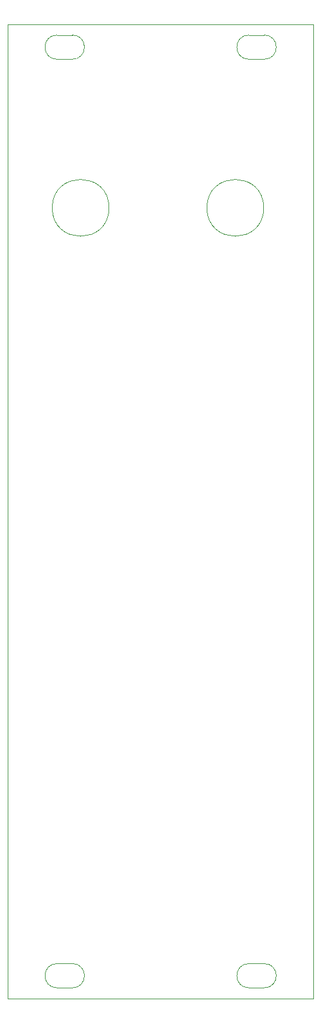
<source format=gbr>
G04 #@! TF.GenerationSoftware,KiCad,Pcbnew,(5.1.5-0)*
G04 #@! TF.CreationDate,2021-01-11T19:01:41-08:00*
G04 #@! TF.ProjectId,squidaxon,73717569-6461-4786-9f6e-2e6b69636164,rev?*
G04 #@! TF.SameCoordinates,Original*
G04 #@! TF.FileFunction,Profile,NP*
%FSLAX46Y46*%
G04 Gerber Fmt 4.6, Leading zero omitted, Abs format (unit mm)*
G04 Created by KiCad (PCBNEW (5.1.5-0)) date 2021-01-11 19:01:41*
%MOMM*%
%LPD*%
G04 APERTURE LIST*
%ADD10C,0.050000*%
G04 APERTURE END LIST*
D10*
X13350000Y-24200000D02*
G75*
G03X13350000Y-24200000I-3750000J0D01*
G01*
X33750000Y-24200000D02*
G75*
G03X33750000Y-24200000I-3750000J0D01*
G01*
X8500000Y-123900000D02*
G75*
G02X8500000Y-127100000I0J-1600000D01*
G01*
X6500000Y-123900000D02*
X8500000Y-123900000D01*
X6500000Y-127100000D02*
G75*
G02X6500000Y-123900000I0J1600000D01*
G01*
X6500000Y-127100000D02*
X8500000Y-127100000D01*
X8500000Y-1400000D02*
G75*
G02X8500000Y-4600000I0J-1600000D01*
G01*
X6500000Y-1400000D02*
X8500000Y-1400000D01*
X6500000Y-4600000D02*
G75*
G02X6500000Y-1400000I0J1600000D01*
G01*
X6500000Y-4600000D02*
X8500000Y-4600000D01*
X33800000Y-123900000D02*
G75*
G02X33800000Y-127100000I0J-1600000D01*
G01*
X31800000Y-123900000D02*
X33800000Y-123900000D01*
X31800000Y-127100000D02*
G75*
G02X31800000Y-123900000I0J1600000D01*
G01*
X31800000Y-127100000D02*
X33800000Y-127100000D01*
X31800000Y-1400000D02*
X33800000Y-1400000D01*
X31800000Y-4600000D02*
X33800000Y-4600000D01*
X31800000Y-4600000D02*
G75*
G02X31800000Y-1400000I0J1600000D01*
G01*
X33800000Y-1400000D02*
G75*
G02X33800000Y-4600000I0J-1600000D01*
G01*
X0Y-128500000D02*
X0Y0D01*
X40300000Y-128500000D02*
X0Y-128500000D01*
X40300000Y0D02*
X40300000Y-128500000D01*
X0Y0D02*
X40300000Y0D01*
M02*

</source>
